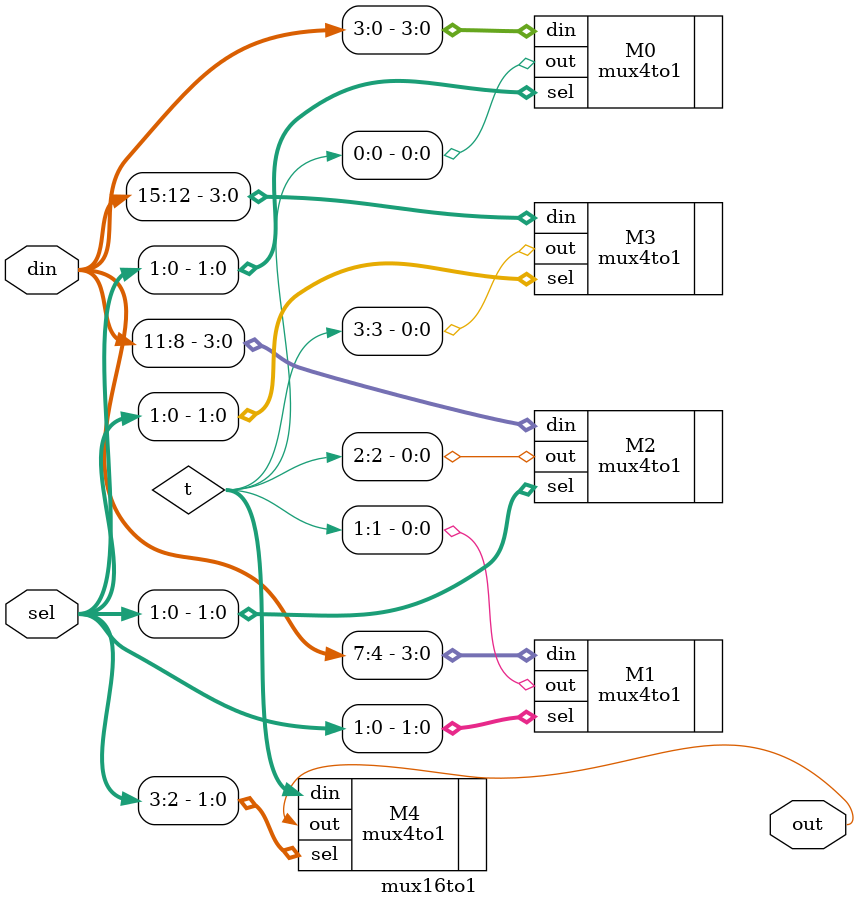
<source format=v>

module mux16to1 (  // write one by one instead of straight line 
    input  [15:0] din,   
    input  [3:0]  sel,   
    output   out   // now its not reg unlike in behavorial method ,bcz we are using instance   
);

//   16:1 MUX BEHAVOURIAL MODEL

// not valid in Verilog but in SV  ---> assign out  = in[sel]; ---> out is  wire here eventhough it is output so reg  

//     always @(*) begin
//         case (sel)
//             4'b0000: out = din[0];
//             4'b0001: out = din[1];
//             4'b0010: out = din[2];
//             4'b0011: out = din[3];
//             4'b0100: out = din[4];
//             4'b0101: out = din[5];
//             4'b0110: out = din[6];
//             4'b0111: out = din[7];
//             4'b1000: out = din[8];
//             4'b1001: out = din[9];
//             4'b1010: out = din[10];
//             4'b1011: out = din[11];
//             4'b1100: out = din[12];
//             4'b1101: out = din[13];
//             4'b1110: out = din[14];
//             4'b1111: out = din[15];
//             default: out = 1'b0;
//         endcase
//     end 


// 16x1 USING 4x1 MUXES

        wire [3:0] t;  // its wire even it 4to1 module out was reg

    // First stage (4 x 4-to-1 MUX)
    mux4to1 M0 (.din(din[3:0]),   .sel(sel[1:0]), .out(t[0]));  // MUST USE EXPLICIT 
    mux4to1 M1 (.din(din[7:4]),   .sel(sel[1:0]), .out(t[1]));
    mux4to1 M2 (.din(din[11:8]),  .sel(sel[1:0]), .out(t[2]));
    mux4to1 M3 (.din(din[15:12]), .sel(sel[1:0]), .out(t[3]));

    // Second stage (final 4-to-1 MUX)
    mux4to1 M4 (.din(t), .sel(sel[3:2]), .out(out));
                

endmodule

</source>
